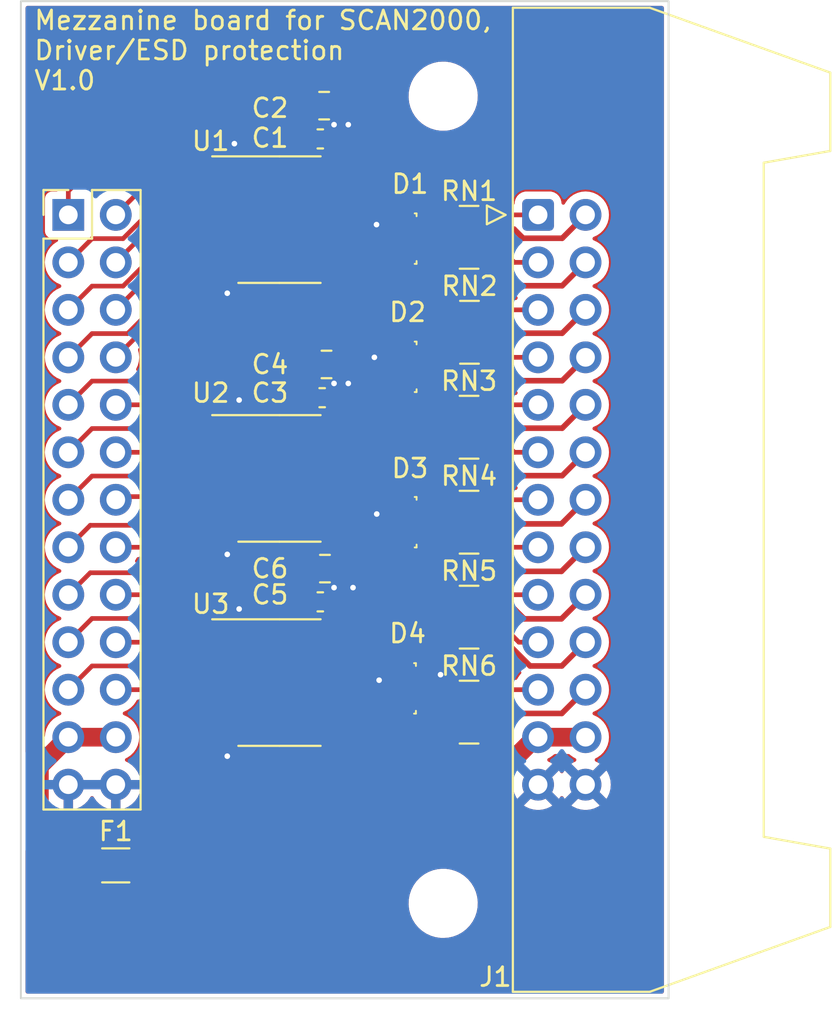
<source format=kicad_pcb>
(kicad_pcb (version 20221018) (generator pcbnew)
  (title_block (title "Mezzanine board for SCAN2000, driver") (date "2023-06-06") (rev "1.0") (comment 4 "AISLER Project ID: OOGDJHBS"))
  (layers (0 "F.Cu" signal) (31 "B.Cu" signal) (34 "B.Paste" user) (35 "F.Paste" user) (36 "B.SilkS" user "B.Silkscreen") (37 "F.SilkS" user "F.Silkscreen") (38 "B.Mask" user) (39 "F.Mask" user) (44 "Edge.Cuts" user))
  (net 0 "")
  (net 1 "/P1")
  (net 2 "/P2")
  (net 3 "/P3")
  (net 4 "/P4")
  (net 5 "/P5")
  (net 6 "/P6")
  (net 7 "/P7")
  (net 8 "/P8")
  (net 9 "/P9")
  (net 10 "/P10")
  (net 11 "/P11")
  (net 12 "/P12")
  (net 13 "/P13")
  (net 14 "/P14")
  (net 15 "/P15")
  (net 16 "/P16")
  (net 17 "/P17")
  (net 18 "/P18")
  (net 19 "/P19")
  (net 20 "/P20")
  (net 21 "/P21")
  (net 22 "/P22")
  (net 23 "+3.3V")
  (net 24 "GND")
  (net 25 "Net-(J2-Pin_1)")
  (net 26 "Net-(J2-Pin_2)")
  (net 27 "Net-(J2-Pin_3)")
  (net 28 "Net-(J2-Pin_4)")
  (net 29 "Net-(J2-Pin_5)")
  (net 30 "Net-(J2-Pin_6)")
  (net 31 "Net-(J2-Pin_7)")
  (net 32 "Net-(J2-Pin_8)")
  (net 33 "Net-(J2-Pin_9)")
  (net 34 "Net-(J2-Pin_10)")
  (net 35 "Net-(J2-Pin_11)")
  (net 36 "Net-(J2-Pin_12)")
  (net 37 "Net-(J2-Pin_13)")
  (net 38 "Net-(J2-Pin_14)")
  (net 39 "Net-(J2-Pin_15)")
  (net 40 "Net-(J2-Pin_16)")
  (net 41 "Net-(J2-Pin_17)")
  (net 42 "Net-(J2-Pin_18)")
  (net 43 "Net-(J2-Pin_19)")
  (net 44 "Net-(J2-Pin_20)")
  (net 45 "Net-(J2-Pin_21)")
  (net 46 "Net-(J2-Pin_22)")
  (net 47 "Net-(J2-Pin_23)")
  (net 50 "Net-(J1-Pin_1)")
  (net 51 "Net-(J1-Pin_2)")
  (net 52 "Net-(J1-Pin_3)")
  (net 53 "Net-(J1-Pin_4)")
  (net 54 "Net-(J1-Pin_5)")
  (net 55 "Net-(J1-Pin_6)")
  (net 56 "Net-(J1-Pin_7)")
  (net 57 "Net-(J1-Pin_8)")
  (net 58 "Net-(J1-Pin_9)")
  (net 59 "Net-(J1-Pin_10)")
  (net 60 "Net-(J1-Pin_11)")
  (net 61 "Net-(J1-Pin_12)")
  (net 62 "Net-(J1-Pin_13)")
  (net 63 "Net-(J1-Pin_14)")
  (net 64 "Net-(J1-Pin_15)")
  (net 65 "Net-(J1-Pin_16)")
  (net 66 "Net-(J1-Pin_17)")
  (net 67 "Net-(J1-Pin_18)")
  (net 68 "Net-(J1-Pin_19)")
  (net 69 "Net-(J1-Pin_20)")
  (net 70 "Net-(J1-Pin_21)")
  (net 71 "Net-(J1-Pin_22)")
  (footprint "Capacitor_SMD:C_0603_1608Metric_Pad1.08x0.95mm_HandSolder" (layer "F.Cu") (at 97.5625 75.311)
    (fp_text reference "C5")
    (fp_text value "100nF")
  )
  (footprint "MountingHole:MountingHole_3.2mm_M3_DIN965" (layer "F.Cu") (at 104.14 48.26)
    (fp_text reference "H1" hide)
    (fp_text value "MountingHole")
  )
  (footprint "project_specific_libs:RCLAMP3346PQTNT" (layer "F.Cu") (at 102.316 62.738 -90)
    (fp_text reference "D2")
    (fp_text value "RCLAMP3346P.TNT" hide)
  )
  (footprint "project_specific_libs:RCLAMP3346PQTNT" (layer "F.Cu") (at 102.316 71.05 -90)
    (fp_text reference "D3")
    (fp_text value "RCLAMP3346P.TNT" hide)
  )
  (footprint "Capacitor_SMD:C_0805_2012Metric_Pad1.18x1.45mm_HandSolder" (layer "F.Cu") (at 97.8955 62.611)
    (fp_text reference "C4")
    (fp_text value "1uF")
  )
  (footprint "Package_SO:TSSOP-20_4.4x6.5mm_P0.65mm" (layer "F.Cu") (at 95.377 79.629)
    (fp_text reference "U3")
    (fp_text value "74LVC541AP")
  )
  (footprint "Resistor_SMD:R_Array_Convex_4x0603" (layer "F.Cu") (at 105.526 55.81)
    (fp_text reference "RN1")
    (fp_text value "4x10R")
  )
  (footprint "Resistor_SMD:R_1206_3216Metric_Pad1.30x1.75mm_HandSolder" (layer "F.Cu") (at 86.614 89.408)
    (fp_text reference "F1")
    (fp_text value "Polyfuse 100mA")
  )
  (footprint "Connector_IDC:IDC-Header_2x13_P2.54mm_Latch_Horizontal" (layer "F.Cu") (at 109.22 54.61)
    (fp_text reference "J1")
    (fp_text value "IDC-Header_2x13")
  )
  (footprint "Resistor_SMD:R_Array_Convex_4x0603" (layer "F.Cu") (at 105.526 76.13)
    (fp_text reference "RN5")
    (fp_text value "4x10R")
  )
  (footprint "Resistor_SMD:R_Array_Convex_4x0603" (layer "F.Cu") (at 105.526 71.05)
    (fp_text reference "RN4")
    (fp_text value "4x10R")
  )
  (footprint "Package_SO:TSSOP-20_4.4x6.5mm_P0.65mm" (layer "F.Cu") (at 95.377 54.864)
    (fp_text reference "U1")
    (fp_text value "74LVC541AP")
  )
  (footprint "Connector_PinHeader_2.54mm:PinHeader_2x13_P2.54mm_Vertical" (layer "F.Cu") (at 84.074 54.61)
    (fp_text reference "J2" hide)
    (fp_text value "Header 2x13" hide)
  )
  (footprint "project_specific_libs:RCLAMP3346PQTNT" (layer "F.Cu") (at 102.316 55.88 -90)
    (fp_text reference "D1")
    (fp_text value "RCLAMP3346P.TNT" hide)
  )
  (footprint "Capacitor_SMD:C_0603_1608Metric_Pad1.08x0.95mm_HandSolder" (layer "F.Cu") (at 97.5625 50.546)
    (fp_text reference "C1")
    (fp_text value "100nF")
  )
  (footprint "Resistor_SMD:R_Array_Convex_4x0603" (layer "F.Cu") (at 105.548 60.89)
    (fp_text reference "RN2")
    (fp_text value "4x10R")
  )
  (footprint "Resistor_SMD:R_Array_Convex_4x0603" (layer "F.Cu") (at 105.526 65.97)
    (fp_text reference "RN3")
    (fp_text value "4x10R")
  )
  (footprint "Capacitor_SMD:C_0805_2012Metric_Pad1.18x1.45mm_HandSolder" (layer "F.Cu") (at 97.8115 73.533)
    (fp_text reference "C6")
    (fp_text value "1uF")
  )
  (footprint "Capacitor_SMD:C_0805_2012Metric_Pad1.18x1.45mm_HandSolder" (layer "F.Cu") (at 97.7685 48.768)
    (fp_text reference "C2")
    (fp_text value "1uF")
  )
  (footprint "Resistor_SMD:R_Array_Convex_4x0603" (layer "F.Cu") (at 105.526 81.21)
    (fp_text reference "RN6")
    (fp_text value "4x10R")
  )
  (footprint "MountingHole:MountingHole_3.2mm_M3_DIN965" (layer "F.Cu") (at 104.14 91.44)
    (fp_text reference "H2" hide)
    (fp_text value "MountingHole")
  )
  (footprint "Package_SO:TSSOP-20_4.4x6.5mm_P0.65mm" (layer "F.Cu") (at 95.377 68.707)
    (fp_text reference "U2")
    (fp_text value "74LVC541AP")
  )
  (footprint "Capacitor_SMD:C_0603_1608Metric_Pad1.08x0.95mm_HandSolder" (layer "F.Cu") (at 97.663 64.389)
    (fp_text reference "C3")
    (fp_text value "100nF")
  )
  (footprint "project_specific_libs:RCLAMP3346PQTNT" (layer "F.Cu") (at 102.281 79.94 -90)
    (fp_text reference "D4")
    (fp_text value "RCLAMP3346P.TNT" hide)
  )
  (gr_rect (start 81.534 43.18) (end 116.205 96.52) (stroke (width 0.1)) (fill none) (layer "Edge.Cuts"))
  (gr_text "Mezzanine board for SCAN2000, \nDriver/ESD protection\nV1.0" (at 82.169 48.006) (layer "F.SilkS") (effects (font (size 1 1)) (justify left bottom)))
  (segment (start 100.549 53.213) (end 98.044 53.213) (width 0.2) (layer "F.Cu") (net 1))
  (segment (start 102.016 54.68) (end 100.549 53.213) (width 0.2) (layer "F.Cu") (net 1))
  (segment (start 104.626 54.61) (end 101.854 54.61) (width 0.2) (layer "F.Cu") (net 1))
  (segment (start 100.279706 53.848) (end 98.044 53.848) (width 0.2) (layer "F.Cu") (net 2))
  (segment (start 101.511706 55.08) (end 103.467 55.08) (width 0.2) (layer "F.Cu") (net 2))
  (segment (start 103.797 55.41) (end 103.467 55.08) (width 0.2) (layer "F.Cu") (net 2))
  (segment (start 101.511706 55.08) (end 100.279706 53.848) (width 0.2) (layer "F.Cu") (net 2))
  (segment (start 104.626 55.41) (end 103.797 55.41) (width 0.2) (layer "F.Cu") (net 2))
  (segment (start 99.514706 54.483) (end 98.044 54.483) (width 0.2) (layer "F.Cu") (net 3))
  (segment (start 103.708 56.21) (end 103.378 55.88) (width 0.2) (layer "F.Cu") (net 3))
  (segment (start 100.331806 55.88) (end 99.871878 55.420072) (width 0.2) (layer "F.Cu") (net 3))
  (segment (start 99.871878 55.420072) (end 99.871878 54.840172) (width 0.2) (layer "F.Cu") (net 3))
  (segment (start 104.626 56.21) (end 103.708 56.21) (width 0.2) (layer "F.Cu") (net 3))
  (segment (start 99.871878 54.840172) (end 99.514706 54.483) (width 0.2) (layer "F.Cu") (net 3))
  (segment (start 103.378 55.88) (end 100.331806 55.88) (width 0.2) (layer "F.Cu") (net 3))
  (segment (start 103.212314 56.28) (end 100.16612 56.28) (width 0.2) (layer "F.Cu") (net 4))
  (segment (start 100.16612 56.28) (end 99.00412 55.118) (width 0.2) (layer "F.Cu") (net 4))
  (segment (start 103.942314 57.01) (end 103.212314 56.28) (width 0.2) (layer "F.Cu") (net 4))
  (segment (start 104.626 57.01) (end 103.942314 57.01) (width 0.2) (layer "F.Cu") (net 4))
  (segment (start 99.00412 55.118) (end 98.044 55.118) (width 0.2) (layer "F.Cu") (net 4))
  (segment (start 103.759 57.392372) (end 103.046628 56.68) (width 0.2) (layer "F.Cu") (net 5))
  (segment (start 104.14 59.69) (end 103.759 59.309) (width 0.2) (layer "F.Cu") (net 5))
  (segment (start 99.733 56.68) (end 98.806 55.753) (width 0.2) (layer "F.Cu") (net 5))
  (segment (start 103.759 59.309) (end 103.759 57.392372) (width 0.2) (layer "F.Cu") (net 5))
  (segment (start 103.046628 56.68) (end 99.733 56.68) (width 0.2) (layer "F.Cu") (net 5))
  (segment (start 104.648 59.69) (end 104.14 59.69) (width 0.2) (layer "F.Cu") (net 5))
  (segment (start 103.251 59.693) (end 103.251 57.531) (width 0.2) (layer "F.Cu") (net 6))
  (segment (start 104.648 60.49) (end 104.048 60.49) (width 0.2) (layer "F.Cu") (net 6))
  (segment (start 103.251 57.531) (end 102.8 57.08) (width 0.2) (layer "F.Cu") (net 6))
  (segment (start 99.567314 57.08) (end 98.875314 56.388) (width 0.2) (layer "F.Cu") (net 6))
  (segment (start 102.8 57.08) (end 99.567314 57.08) (width 0.2) (layer "F.Cu") (net 6))
  (segment (start 104.048 60.49) (end 103.251 59.693) (width 0.2) (layer "F.Cu") (net 6))
  (segment (start 98.875314 56.388) (end 98.044 56.388) (width 0.2) (layer "F.Cu") (net 6))
  (segment (start 101.092 59.182) (end 99.06 57.15) (width 0.2) (layer "F.Cu") (net 7))
  (segment (start 102.667 61.29) (end 102.419 61.538) (width 0.2) (layer "F.Cu") (net 7))
  (segment (start 104.648 61.29) (end 102.667 61.29) (width 0.2) (layer "F.Cu") (net 7))
  (segment (start 102.016 61.538) (end 101.543 61.538) (width 0.2) (layer "F.Cu") (net 7))
  (segment (start 101.543 61.538) (end 101.092 61.087) (width 0.2) (layer "F.Cu") (net 7))
  (segment (start 101.092 61.087) (end 101.092 59.182) (width 0.2) (layer "F.Cu") (net 7))
  (segment (start 99.071629 57.15) (end 98.298 57.15) (width 0.2) (layer "F.Cu") (net 7))
  (segment (start 100.584 61.341) (end 100.584 59.309) (width 0.2) (layer "F.Cu") (net 8))
  (segment (start 101.181 61.938) (end 100.584 61.341) (width 0.2) (layer "F.Cu") (net 8))
  (segment (start 99.06 57.785) (end 98.298 57.785) (width 0.2) (layer "F.Cu") (net 8))
  (segment (start 100.584 59.309) (end 99.06 57.785) (width 0.2) (layer "F.Cu") (net 8))
  (segment (start 103.34 61.938) (end 101.181 61.938) (width 0.2) (layer "F.Cu") (net 8))
  (segment (start 104.648 62.09) (end 103.492 62.09) (width 0.2) (layer "F.Cu") (net 8))
  (segment (start 103.492 62.09) (end 103.34 61.938) (width 0.2) (layer "F.Cu") (net 8))
  (segment (start 99.06 67.056) (end 98.171 67.056) (width 0.2) (layer "F.Cu") (net 9))
  (segment (start 103.378 62.738) (end 104.648 64.008) (width 0.2) (layer "F.Cu") (net 9))
  (segment (start 100.334314 62.93) (end 99.803 63.461315) (width 0.2) (layer "F.Cu") (net 9))
  (segment (start 102.616 62.738) (end 100.93895 62.738) (width 0.2) (layer "F.Cu") (net 9))
  (segment (start 102.616 62.738) (end 103.378 62.738) (width 0.2) (layer "F.Cu") (net 9))
  (segment (start 99.06 67.056) (end 99.803 66.312999) (width 0.2) (layer "F.Cu") (net 9))
  (segment (start 100.93895 62.738) (end 100.74695 62.93) (width 0.2) (layer "F.Cu") (net 9))
  (segment (start 99.803 63.461315) (end 99.803 66.312999) (width 0.2) (layer "F.Cu") (net 9))
  (segment (start 104.648 64.008) (end 104.648 64.77) (width 0.2) (layer "F.Cu") (net 9))
  (segment (start 100.74695 62.93) (end 100.334314 62.93) (width 0.2) (layer "F.Cu") (net 9))
  (segment (start 104.626 65.57) (end 104.026 65.57) (width 0.2) (layer "F.Cu") (net 10))
  (segment (start 103.759 65.303) (end 103.759 63.684686) (width 0.2) (layer "F.Cu") (net 10))
  (segment (start 104.026 65.57) (end 103.759 65.303) (width 0.2) (layer "F.Cu") (net 10))
  (segment (start 101.104636 63.138) (end 102.016 63.138) (width 0.2) (layer "F.Cu") (net 10))
  (segment (start 101.104636 63.138) (end 100.912636 63.33) (width 0.2) (layer "F.Cu") (net 10))
  (segment (start 100.203 66.478685) (end 98.949686 67.732) (width 0.2) (layer "F.Cu") (net 10))
  (segment (start 100.912636 63.33) (end 100.5 63.33) (width 0.2) (layer "F.Cu") (net 10))
  (segment (start 103.759 63.684686) (end 103.212314 63.138) (width 0.2) (layer "F.Cu") (net 10))
  (segment (start 98.949686 67.732) (end 98.2395 67.732) (width 0.2) (layer "F.Cu") (net 10))
  (segment (start 103.212314 63.138) (end 101.981 63.138) (width 0.2) (layer "F.Cu") (net 10))
  (segment (start 100.5 63.33) (end 100.203 63.627) (width 0.2) (layer "F.Cu") (net 10))
  (segment (start 100.203 63.627) (end 100.203 66.478685) (width 0.2) (layer "F.Cu") (net 10))
  (segment (start 102.616 63.538) (end 101.270322 63.538) (width 0.2) (layer "F.Cu") (net 11))
  (segment (start 99.314 68.326) (end 98.298 68.326) (width 0.2) (layer "F.Cu") (net 11))
  (segment (start 104.311314 66.421) (end 104.648 66.421) (width 0.2) (layer "F.Cu") (net 11))
  (segment (start 100.603 63.862) (end 100.603 67.037) (width 0.2) (layer "F.Cu") (net 11))
  (segment (start 103.359 64.281) (end 103.359 65.468686) (width 0.2) (layer "F.Cu") (net 11))
  (segment (start 99.314 68.326) (end 100.603 67.037) (width 0.2) (layer "F.Cu") (net 11))
  (segment (start 101.054321 63.754) (end 100.711 63.754) (width 0.2) (layer "F.Cu") (net 11))
  (segment (start 103.359 65.468686) (end 104.311314 66.421) (width 0.2) (layer "F.Cu") (net 11))
  (segment (start 101.270322 63.538) (end 101.054321 63.754) (width 0.2) (layer "F.Cu") (net 11))
  (segment (start 102.616 63.538) (end 103.359 64.281) (width 0.2) (layer "F.Cu") (net 11))
  (segment (start 100.711 63.754) (end 100.603 63.862) (width 0.2) (layer "F.Cu") (net 11))
  (segment (start 104.626 67.17) (end 104.026 67.17) (width 0.2) (layer "F.Cu") (net 12))
  (segment (start 101.436006 63.938) (end 101.6 63.938) (width 0.2) (layer "F.Cu") (net 12))
  (segment (start 99.173686 69.032) (end 101.003 67.202686) (width 0.2) (layer "F.Cu") (net 12))
  (segment (start 101.003 64.371006) (end 101.436006 63.938) (width 0.2) (layer "F.Cu") (net 12))
  (segment (start 102.743 64.389) (end 102.292 63.938) (width 0.2) (layer "F.Cu") (net 12))
  (segment (start 98.2395 69.032) (end 99.173686 69.032) (width 0.2) (layer "F.Cu") (net 12))
  (segment (start 102.743 65.887) (end 102.743 64.389) (width 0.2) (layer "F.Cu") (net 12))
  (segment (start 101.003 67.202686) (end 101.003 64.371006) (width 0.2) (layer "F.Cu") (net 12))
  (segment (start 101.543 63.938) (end 101.854 63.938) (width 0.2) (layer "F.Cu") (net 12))
  (segment (start 104.026 67.17) (end 102.743 65.887) (width 0.2) (layer "F.Cu") (net 12))
  (segment (start 102.292 63.938) (end 102.108 63.938) (width 0.2) (layer "F.Cu") (net 12))
  (segment (start 101.473 69.85) (end 104.648 69.85) (width 0.2) (layer "F.Cu") (net 13))
  (segment (start 99.779 69.512) (end 99.568 69.723) (width 0.2) (layer "F.Cu") (net 13))
  (segment (start 99.568 69.723) (end 98.044 69.723) (width 0.2) (layer "F.Cu") (net 13))
  (segment (start 101.473 69.85) (end 101.135 69.512) (width 0.2) (layer "F.Cu") (net 13))
  (segment (start 101.135 69.512) (end 99.779 69.512) (width 0.2) (layer "F.Cu") (net 13))
  (segment (start 104.626 70.65) (end 103.905 70.65) (width 0.2) (layer "F.Cu") (net 14))
  (segment (start 103.505 70.25) (end 101.21195 70.25) (width 0.2) (layer "F.Cu") (net 14))
  (segment (start 101.21195 70.25) (end 100.87395 69.912) (width 0.2) (layer "F.Cu") (net 14))
  (segment (start 99.695 70.358) (end 98.171 70.358) (width 0.2) (layer "F.Cu") (net 14))
  (segment (start 103.905 70.65) (end 103.505 70.25) (width 0.2) (layer "F.Cu") (net 14))
  (segment (start 100.87395 69.912) (end 100.141 69.912) (width 0.2) (layer "F.Cu") (net 14))
  (segment (start 100.141 69.912) (end 99.695 70.358) (width 0.2) (layer "F.Cu") (net 14))
  (segment (start 102.616 71.05) (end 103.926 71.05) (width 0.2) (layer "F.Cu") (net 15))
  (segment (start 100.95745 71.312) (end 99.76 71.312) (width 0.2) (layer "F.Cu") (net 15))
  (segment (start 103.926 71.05) (end 104.377 71.501) (width 0.2) (layer "F.Cu") (net 15))
  (segment (start 102.616 71.05) (end 101.21945 71.05) (width 0.2) (layer "F.Cu") (net 15))
  (segment (start 99.76 71.312) (end 99.441 70.993) (width 0.2) (layer "F.Cu") (net 15))
  (segment (start 99.441 70.993) (end 98.171 70.993) (width 0.2) (layer "F.Cu") (net 15))
  (segment (start 101.21945 71.05) (end 100.95745 71.312) (width 0.2) (layer "F.Cu") (net 15))
  (segment (start 103.454 71.45) (end 104.267 72.263) (width 0.2) (layer "F.Cu") (net 16))
  (segment (start 99.525 71.712) (end 99.441 71.628) (width 0.2) (layer "F.Cu") (net 16))
  (segment (start 101.385136 71.45) (end 101.123135 71.712) (width 0.2) (layer "F.Cu") (net 16))
  (segment (start 102.016 71.45) (end 103.454 71.45) (width 0.2) (layer "F.Cu") (net 16))
  (segment (start 102.016 71.45) (end 101.385136 71.45) (width 0.2) (layer "F.Cu") (net 16))
  (segment (start 101.123135 71.712) (end 99.525 71.712) (width 0.2) (layer "F.Cu") (net 16))
  (segment (start 99.441 71.628) (end 98.171 71.628) (width 0.2) (layer "F.Cu") (net 16))
  (segment (start 104.267 72.263) (end 104.648 72.263) (width 0.2) (layer "F.Cu") (net 16))
  (segment (start 102.616 71.85) (end 101.550822 71.85) (width 0.2) (layer "F.Cu") (net 17))
  (segment (start 103.886 72.447686) (end 103.288314 71.85) (width 0.2) (layer "F.Cu") (net 17))
  (segment (start 100.184 76.712685) (end 98.918685 77.978) (width 0.2) (layer "F.Cu") (net 17))
  (segment (start 104.394 74.93) (end 103.886 74.422) (width 0.2) (layer "F.Cu") (net 17))
  (segment (start 103.886 74.422) (end 103.886 72.447686) (width 0.2) (layer "F.Cu") (net 17))
  (segment (start 100.184 73.216822) (end 100.184 76.712685) (width 0.2) (layer "F.Cu") (net 17))
  (segment (start 103.288314 71.85) (end 102.489 71.85) (width 0.2) (layer "F.Cu") (net 17))
  (segment (start 101.550822 71.85) (end 100.184 73.216822) (width 0.2) (layer "F.Cu") (net 17))
  (segment (start 98.918685 77.978) (end 98.298 77.978) (width 0.2) (layer "F.Cu") (net 17))
  (segment (start 104.626 75.73) (end 104.026 75.73) (width 0.2) (layer "F.Cu") (net 18))
  (segment (start 99.187 78.613) (end 98.171 78.613) (width 0.2) (layer "F.Cu") (net 18))
  (segment (start 102.87 72.263) (end 101.981 72.263) (width 0.2) (layer "F.Cu") (net 18))
  (segment (start 101.716508 72.25) (end 100.603 73.363508) (width 0.2) (layer "F.Cu") (net 18))
  (segment (start 103.378 75.082) (end 103.378 72.771) (width 0.2) (layer "F.Cu") (net 18))
  (segment (start 104.026 75.73) (end 103.378 75.082) (width 0.2) (layer "F.Cu") (net 18))
  (segment (start 103.378 72.771) (end 102.87 72.263) (width 0.2) (layer "F.Cu") (net 18))
  (segment (start 100.603 77.197) (end 99.187 78.613) (width 0.2) (layer "F.Cu") (net 18))
  (segment (start 100.603 73.363508) (end 100.603 77.197) (width 0.2) (layer "F.Cu") (net 18))
  (segment (start 102.016 72.25) (end 101.716508 72.25) (width 0.2) (layer "F.Cu") (net 18))
  (segment (start 102.362 78.74) (end 101.981 78.74) (width 0.2) (layer "F.Cu") (net 19))
  (segment (start 100.16 78.402) (end 99.314 79.248) (width 0.2) (layer "F.Cu") (net 19))
  (segment (start 101.166635 78.402) (end 100.16 78.402) (width 0.2) (layer "F.Cu") (net 19))
  (segment (start 99.314 79.248) (end 98.171 79.248) (width 0.2) (layer "F.Cu") (net 19))
  (segment (start 101.504636 78.74) (end 101.166635 78.402) (width 0.2) (layer "F.Cu") (net 19))
  (segment (start 101.981 78.74) (end 101.504636 78.74) (width 0.2) (layer "F.Cu") (net 19))
  (segment (start 104.626 76.53) (end 104.026 76.53) (width 0.2) (layer "F.Cu") (net 19))
  (segment (start 102.997 77.559) (end 102.997 78.105) (width 0.2) (layer "F.Cu") (net 19))
  (segment (start 104.026 76.53) (end 102.997 77.559) (width 0.2) (layer "F.Cu") (net 19))
  (segment (start 102.997 78.105) (end 102.362 78.74) (width 0.2) (layer "F.Cu") (net 19))
  (segment (start 102.581 79.14) (end 101.33895 79.14) (width 0.2) (layer "F.Cu") (net 20))
  (segment (start 101.00095 78.802) (end 100.395 78.802) (width 0.2) (layer "F.Cu") (net 20))
  (segment (start 100.395 78.802) (end 99.187 80.01) (width 0.2) (layer "F.Cu") (net 20))
  (segment (start 101.33895 79.14) (end 101.00095 78.802) (width 0.2) (layer "F.Cu") (net 20))
  (segment (start 103.086 79.121) (end 102.489 79.121) (width 0.2) (layer "F.Cu") (net 20))
  (segment (start 103.397 78.848) (end 103.105 79.14) (width 0.2) (layer "F.Cu") (net 20))
  (segment (start 103.918 77.33) (end 103.918 77.692) (width 0.2) (layer "F.Cu") (net 20))
  (segment (start 104.626 77.33) (end 103.918 77.33) (width 0.2) (layer "F.Cu") (net 20))
  (segment (start 103.918 77.692) (end 103.397 78.213) (width 0.2) (layer "F.Cu") (net 20))
  (segment (start 99.187 80.01) (end 98.298 80.01) (width 0.2) (layer "F.Cu") (net 20))
  (segment (start 103.397 78.213) (end 103.397 78.848) (width 0.2) (layer "F.Cu") (net 20))
  (segment (start 103.105 79.14) (end 103.086 79.121) (width 0.2) (layer "F.Cu") (net 20))
  (segment (start 99.63 80.202) (end 99.187 80.645) (width 0.2) (layer "F.Cu") (net 21))
  (segment (start 99.187 80.645) (end 98.298 80.645) (width 0.2) (layer "F.Cu") (net 21))
  (segment (start 104.556 79.94) (end 102.489 79.94) (width 0.2) (layer "F.Cu") (net 21))
  (segment (start 101.26295 79.94) (end 101.00095 80.202) (width 0.2) (layer "F.Cu") (net 21))
  (segment (start 101.00095 80.202) (end 99.63 80.202) (width 0.2) (layer "F.Cu") (net 21))
  (segment (start 102.581 79.94) (end 101.26295 79.94) (width 0.2) (layer "F.Cu") (net 21))
  (segment (start 99.822 80.645) (end 99.187 81.28) (width 0.2) (layer "F.Cu") (net 22))
  (segment (start 104.626 80.81) (end 103.543 80.81) (width 0.2) (layer "F.Cu") (net 22))
  (segment (start 101.428636 80.34) (end 101.123635 80.645) (width 0.2) (layer "F.Cu") (net 22))
  (segment (start 101.123635 80.645) (end 99.822 80.645) (width 0.2) (layer "F.Cu") (net 22))
  (segment (start 99.187 81.28) (end 98.171 81.28) (width 0.2) (layer "F.Cu") (net 22))
  (segment (start 103.073 80.34) (end 101.956 80.34) (width 0.2) (layer "F.Cu") (net 22))
  (segment (start 101.981 80.34) (end 101.428636 80.34) (width 0.2) (layer "F.Cu") (net 22))
  (segment (start 103.543 80.81) (end 103.073 80.34) (width 0.2) (layer "F.Cu") (net 22))
  (segment (start 102.616 81.153) (end 102.616 83.82) (width 1) (layer "F.Cu") (net 23))
  (segment (start 98.2395 65.782) (end 96.778 65.782) (width 0.5) (layer "F.Cu") (net 23))
  (segment (start 88.519 89.408) (end 91.694 89.408) (width 1) (layer "F.Cu") (net 23))
  (segment (start 102.616 81.153) (end 102.603 81.14) (width 1) (layer "F.Cu") (net 23))
  (segment (start 91.694 89.408) (end 97.028 84.074) (width 1) (layer "F.Cu") (net 23))
  (segment (start 109.093 82.55) (end 107.569 84.074) (width 1) (layer "F.Cu") (net 23))
  (segment (start 111.76 82.55) (end 109.093 82.55) (width 1) (layer "F.Cu") (net 23))
  (segment (start 97.028 84.074) (end 107.569 84.074) (width 1) (layer "F.Cu") (net 23))
  (segment (start 98.2395 76.704) (end 96.778 76.704) (width 0.5) (layer "F.Cu") (net 23))
  (segment (start 98.2395 51.939) (end 96.651 51.939) (width 0.5) (layer "F.Cu") (net 23))
  (segment (start 96.731 48.768) (end 96.731 84.412) (width 1) (layer "F.Cu") (net 23))
  (segment (start 102.603 81.14) (end 102.235 81.14) (width 1) (layer "F.Cu") (net 23))
  (segment (start 99.06 63.627) (end 98.552 64.135) (width 0.5) (layer "F.Cu") (net 24))
  (segment (start 101.981 79.54) (end 100.749 79.54) (width 0.2) (layer "F.Cu") (net 24))
  (segment (start 100.33 48.768) (end 98.806 48.768) (width 0.5) (layer "F.Cu") (net 24))
  (segment (start 98.933 62.611) (end 99.314 62.23) (width 0.5) (layer "F.Cu") (net 24))
  (segment (start 99.568 75.438) (end 99.441 75.311) (width 0.2) (layer "F.Cu") (net 24))
  (segment (start 99.277 64.987) (end 98.679 64.389) (width 0.2) (layer "F.Cu") (net 24))
  (segment (start 100.457 62.23) (end 100.649752 62.338) (width 0.2) (layer "F.Cu") (net 24))
  (segment (start 100.649752 62.338) (end 102.016 62.338) (width 0.2) (layer "F.Cu") (net 24))
  (segment (start 98.2395 77.354) (end 98.892685 77.354) (width 0.2) (layer "F.Cu") (net 24))
  (segment (start 98.298 74.168) (end 98.806 73.66) (width 0.5) (layer "F.Cu") (net 24))
  (segment (start 98.552 64.135) (end 98.552 64.389) (width 0.5) (layer "F.Cu") (net 24))
  (segment (start 103.663717 79.54) (end 103.998286 79.205431) (width 0.2) (layer "F.Cu") (net 24))
  (segment (start 98.892685 77.354) (end 99.568 76.678685) (width 0.2) (layer "F.Cu") (net 24))
  (segment (start 99.06 63.627) (end 98.933 63.5) (width 0.5) (layer "F.Cu") (net 24))
  (segment (start 100.584 70.612) (end 100.622 70.65) (width 0.2) (layer "F.Cu") (net 24))
  (segment (start 101.981 79.54) (end 103.663717 79.54) (width 0.2) (layer "F.Cu") (net 24))
  (segment (start 98.298 63.246) (end 98.298 64.008) (width 0.5) (layer "F.Cu") (net 24))
  (segment (start 98.298 64.008) (end 98.552 64.262) (width 0.5) (layer "F.Cu") (net 24))
  (segment (start 99.118314 66.432) (end 99.277 66.273314) (width 0.2) (layer "F.Cu") (net 24))
  (segment (start 102.016 55.48) (end 100.921756 55.48) (width 0.2) (layer "F.Cu") (net 24))
  (segment (start 100.076 50.546) (end 100.33 50.292) (width 0.5) (layer "F.Cu") (net 24))
  (segment (start 100.33 50.292) (end 100.33 48.768) (width 0.5) (layer "F.Cu") (net 24))
  (segment (start 98.806 62.484) (end 98.806 60.452) (width 0.5) (layer "F.Cu") (net 24))
  (segment (start 100.749 79.54) (end 100.711 79.502) (width 0.2) (layer "F.Cu") (net 24))
  (segment (start 100.584 70.612) (end 100.6295 70.65) (width 0.2) (layer "F.Cu") (net 24))
  (segment (start 100.622 70.65) (end 102.108 70.65) (width 0.2) (layer "F.Cu") (net 24))
  (segment (start 99.277 66.273314) (end 99.277 64.987) (width 0.2) (layer "F.Cu") (net 24))
  (segment (start 100.319 52.589) (end 100.33 52.578) (width 0.2) (layer "F.Cu") (net 24))
  (segment (start 98.298 75.184) (end 98.298 74.168) (width 0.5) (layer "F.Cu") (net 24))
  (segment (start 98.806 49.784) (end 98.806 50.165) (width 0.5) (layer "F.Cu") (net 24))
  (segment (start 99.314 62.23) (end 100.33 62.23) (width 0.5) (layer "F.Cu") (net 24))
  (segment (start 98.933 63.5) (end 98.933 62.611) (width 0.5) (layer "F.Cu") (net 24))
  (segment (start 100.921756 55.48) (end 100.571878 55.130122) (width 0.2) (layer "F.Cu") (net 24))
  (segment (start 98.2395 52.589) (end 100.319 52.589) (width 0.2) (layer "F.Cu") (net 24))
  (segment (start 98.2395 66.432) (end 99.118314 66.432) (width 0.2) (layer "F.Cu") (net 24))
  (segment (start 99.568 76.678685) (end 99.568 75.438) (width 0.2) (layer "F.Cu") (net 24))
  (segment (start 99.314 75.184) (end 98.298 75.184) (width 0.5) (layer "F.Cu") (net 24))
  (segment (start 99.314 74.168) (end 99.314 75.184) (width 0.5) (layer "F.Cu") (net 24))
  (segment (start 98.806 73.66) (end 99.314 74.168) (width 0.5) (layer "F.Cu") (net 24))
  (segment (start 99.441 75.311) (end 98.552 75.311) (width 0.2) (layer "F.Cu") (net 24))
  (segment (start 98.425 50.546) (end 100.076 50.546) (width 0.5) (layer "F.Cu") (net 24))
  (segment (start 98.425 74.889) (end 98.425 75.311) (width 0.5) (layer "F.Cu") (net 24))
  (segment (start 98.806 48.768) (end 98.806 49.784) (width 0.5) (layer "F.Cu") (net 24))
  (segment (start 98.806 50.165) (end 98.425 50.546) (width 0.5) (layer "F.Cu") (net 24))
  (segment (start 98.933 62.611) (end 98.298 63.246) (width 0.5) (layer "F.Cu") (net 24))
  (via (at 103.998286 79.205431) (size 0.8) (drill 0.3) (layers "F.Cu" "B.Cu") (net 24))
  (via (at 92.583 83.566) (size 0.8) (drill 0.3) (layers "F.Cu" "B.Cu") (net 24))
  (via (at 92.583 72.771) (size 0.8) (drill 0.3) (layers "F.Cu" "B.Cu") (net 24))
  (via (at 98.298 74.549) (size 0.8) (drill 0.3) (layers "F.Cu" "B.Cu") (net 24))
  (via (at 100.571878 55.130122) (size 0.8) (drill 0.3) (layers "F.Cu" "B.Cu") (net 24))
  (via (at 98.298 63.627) (size 0.8) (drill 0.3) (layers "F.Cu" "B.Cu") (net 24))
  (via (at 100.711 79.502) (size 0.8) (drill 0.3) (layers "F.Cu" "B.Cu") (net 24))
  (via (at 99.06 63.627) (size 0.8) (drill 0.3) (layers "F.Cu" "B.Cu") (net 24))
  (via (at 99.06 49.784) (size 0.8) (drill 0.3) (layers "F.Cu" "B.Cu") (net 24))
  (via (at 92.964 50.8) (size 0.8) (drill 0.3) (layers "F.Cu" "B.Cu") (net 24))
  (via (at 100.584 70.612) (size 0.8) (drill 0.3) (layers "F.Cu" "B.Cu") (net 24))
  (via (at 100.457 62.23) (size 0.8) (drill 0.3) (layers "F.Cu" "B.Cu") (net 24))
  (via (at 93.218 64.516) (size 0.8) (drill 0.3) (layers "F.Cu" "B.Cu") (net 24))
  (via (at 92.583 58.801) (size 0.8) (drill 0.3) (layers "F.Cu" "B.Cu") (net 24))
  (via (at 93.218 75.692) (size 0.8) (drill 0.3) (layers "F.Cu" "B.Cu") (net 24))
  (via (at 98.298 49.784) (size 0.8) (drill 0.3) (layers "F.Cu" "B.Cu") (net 24))
  (via (at 99.314 74.549) (size 0.8) (drill 0.3) (layers "F.Cu" "B.Cu") (net 24))
  (segment (start 84.825 52.589) (end 84.074 53.34) (width 0.25) (layer "F.Cu") (net 25))
  (segment (start 84.074 53.34) (end 84.074 54.61) (width 0.25) (layer "F.Cu") (net 25))
  (segment (start 92.5145 52.589) (end 84.825 52.589) (width 0.25) (layer "F.Cu") (net 25))
  (segment (start 87.985 53.239) (end 86.614 54.61) (width 0.25) (layer "F.Cu") (net 26))
  (segment (start 92.5145 53.239) (end 87.985 53.239) (width 0.25) (layer "F.Cu") (net 26))
  (segment (start 85.344 55.88) (end 87.005701 55.88) (width 0.25) (layer "F.Cu") (net 27))
  (segment (start 84.074 57.15) (end 85.344 55.88) (width 0.25) (layer "F.Cu") (net 27))
  (segment (start 89.037701 53.848) (end 92.71 53.848) (width 0.25) (layer "F.Cu") (net 27))
  (segment (start 87.005701 55.88) (end 89.037701 53.848) (width 0.25) (layer "F.Cu") (net 27))
  (segment (start 92.5145 54.539) (end 89.225 54.539) (width 0.25) (layer "F.Cu") (net 28))
  (segment (start 89.225 54.539) (end 86.614 57.15) (width 0.25) (layer "F.Cu") (net 28))
  (segment (start 88.202198 56.198198) (end 88.202198 57.223503) (width 0.25) (layer "F.Cu") (net 29))
  (segment (start 88.202198 57.223503) (end 87.005701 58.42) (width 0.25) (layer "F.Cu") (net 29))
  (segment (start 85.344 58.42) (end 84.074 59.69) (width 0.25) (layer "F.Cu") (net 29))
  (segment (start 89.211396 55.189) (end 88.202198 56.198198) (width 0.25) (layer "F.Cu") (net 29))
  (segment (start 92.5145 55.189) (end 89.211396 55.189) (width 0.25) (layer "F.Cu") (net 29))
  (segment (start 85.344 58.42) (end 87.005701 58.42) (width 0.25) (layer "F.Cu") (net 29))
  (segment (start 88.652198 57.651802) (end 88.652198 56.388) (width 0.25) (layer "F.Cu") (net 30))
  (segment (start 92.5145 55.839) (end 89.201198 55.839) (width 0.25) (layer "F.Cu") (net 30))
  (segment (start 89.201198 55.839) (end 88.652198 56.388) (width 0.25) (layer "F.Cu") (net 30))
  (segment (start 86.614 59.69) (end 88.652198 57.651802) (width 0.25) (layer "F.Cu") (net 30))
  (segment (start 89.102198 57.201802) (end 89.102198 59.105406) (width 0.25) (layer "F.Cu") (net 31))
  (segment (start 89.815 56.489) (end 89.102198 57.201802) (width 0.25) (layer "F.Cu") (net 31))
  (segment (start 89.102198 59.105406) (end 87.247604 60.96) (width 0.25) (layer "F.Cu") (net 31))
  (segment (start 85.344 60.96) (end 84.074 62.23) (width 0.25) (layer "F.Cu") (net 31))
  (segment (start 92.5145 56.489) (end 89.815 56.489) (width 0.25) (layer "F.Cu") (net 31))
  (segment (start 85.344 60.96) (end 87.247604 60.96) (width 0.25) (layer "F.Cu") (net 31))
  (segment (start 89.552198 59.291802) (end 86.614 62.23) (width 0.25) (layer "F.Cu") (net 32))
  (segment (start 89.552198 57.767802) (end 89.552198 59.291802) (width 0.25) (layer "F.Cu") (net 32))
  (segment (start 90.181 57.139) (end 89.552198 57.767802) (width 0.25) (layer "F.Cu") (net 32))
  (segment (start 92.5145 57.139) (end 90.181 57.139) (width 0.25) (layer "F.Cu") (net 32))
  (segment (start 85.344 63.5) (end 84.074 64.77) (width 0.25) (layer "F.Cu") (net 33))
  (segment (start 85.344 63.5) (end 90.17 63.5) (width 0.25) (layer "F.Cu") (net 33))
  (segment (start 90.945 66.307) (end 92.71 66.307) (width 0.25) (layer "F.Cu") (net 33))
  (segment (start 90.678 64.008) (end 90.678 66.04) (width 0.25) (layer "F.Cu") (net 33))
  (segment (start 90.678 66.04) (end 90.945 66.307) (width 0.25) (layer "F.Cu") (net 33))
  (segment (start 90.17 63.5) (end 90.678 64.008) (width 0.25) (layer "F.Cu") (net 33))
  (segment (start 92.5145 67.082) (end 91.083604 67.082) (width 0.25) (layer "F.Cu") (net 34))
  (segment (start 91.083604 67.082) (end 90.17 66.168396) (width 0.25) (layer "F.Cu") (net 34))
  (segment (start 90.17 65.786) (end 89.154 64.77) (width 0.25) (layer "F.Cu") (net 34))
  (segment (start 89.154 64.77) (end 86.614 64.77) (width 0.25) (layer "F.Cu") (net 34))
  (segment (start 90.17 66.168396) (end 90.17 65.786) (width 0.25) (layer "F.Cu") (net 34))
  (segment (start 85.344 66.04) (end 84.074 67.31) (width 0.25) (layer "F.Cu") (net 35))
  (segment (start 90.678 67.818) (end 92.71 67.818) (width 0.25) (layer "F.Cu") (net 35))
  (segment (start 88.9 66.04) (end 90.678 67.818) (width 0.25) (layer "F.Cu") (net 35))
  (segment (start 85.344 66.04) (end 88.9 66.04) (width 0.25) (layer "F.Cu") (net 35))
  (segment (start 89.154 67.31) (end 86.614 67.31) (width 0.25) (layer "F.Cu") (net 36))
  (segment (start 90.226 68.382) (end 89.154 67.31) (width 0.25) (layer "F.Cu") (net 36))
  (segment (start 92.5145 68.382) (end 90.226 68.382) (width 0.25) (layer "F.Cu") (net 36))
  (segment (start 90.17 69.088) (end 92.964 69.088) (width 0.25) (layer "F.Cu") (net 37))
  (segment (start 89.662 68.58) (end 90.17 69.088) (width 0.25) (layer "F.Cu") (net 37))
  (segment (start 84.074 69.85) (end 85.344 68.58) (width 0.25) (layer "F.Cu") (net 37))
  (segment (start 85.344 68.58) (end 89.662 68.58) (width 0.25) (layer "F.Cu") (net 37))
  (segment (start 92.5145 69.682) (end 86.782 69.682) (width 0.25) (layer "F.Cu") (net 38))
  (segment (start 85.249 71.215) (end 88.297 71.215) (width 0.25) (layer "F.Cu") (net 39))
  (segment (start 88.297 71.215) (end 89.154 70.358) (width 0.25) (layer "F.Cu") (net 39))
  (segment (start 89.154 70.358) (end 92.456 70.358) (width 0.25) (layer "F.Cu") (net 39))
  (segment (start 85.249 71.215) (end 84.074 72.39) (width 0.25) (layer "F.Cu") (net 39))
  (segment (start 92.5145 70.982) (end 89.8 70.982) (width 0.25) (layer "F.Cu") (net 40))
  (segment (start 89.8 70.982) (end 88.392 72.39) (width 0.25) (layer "F.Cu") (net 40))
  (segment (start 88.392 72.39) (end 86.614 72.39) (width 0.25) (layer "F.Cu") (net 40))
  (segment (start 90.17 74.93) (end 90.17 76.708) (width 0.25) (layer "F.Cu") (net 41))
  (segment (start 85.249 73.755) (end 88.995 73.755) (width 0.25) (layer "F.Cu") (net 41))
  (segment (start 90.17 76.708) (end 90.932 77.47) (width 0.25) (layer "F.Cu") (net 41))
  (segment (start 88.995 73.755) (end 90.17 74.93) (width 0.25) (layer "F.Cu") (net 41))
  (segment (start 90.932 77.47) (end 92.71 77.47) (width 0.25) (layer "F.Cu") (net 41))
  (segment (start 84.074 74.93) (end 85.249 73.755) (width 0.25) (layer "F.Cu") (net 41))
  (segment (start 89.662 75.692) (end 88.9 74.93) (width 0.25) (layer "F.Cu") (net 42))
  (segment (start 88.9 74.93) (end 86.614 74.93) (width 0.25) (layer "F.Cu") (net 42))
  (segment (start 90.829604 78.004) (end 89.662 76.836396) (width 0.25) (layer "F.Cu") (net 42))
  (segment (start 89.662 76.836396) (end 89.662 75.692) (width 0.25) (layer "F.Cu") (net 42))
  (segment (start 92.5145 78.004) (end 90.829604 78.004) (width 0.25) (layer "F.Cu") (net 42))
  (segment (start 90.718208 78.529) (end 92.71 78.529) (width 0.25) (layer "F.Cu") (net 43))
  (segment (start 85.344 76.2) (end 88.389208 76.2) (width 0.25) (layer "F.Cu") (net 43))
  (segment (start 88.389208 76.2) (end 90.718208 78.529) (width 0.25) (layer "F.Cu") (net 43))
  (segment (start 84.074 77.47) (end 85.344 76.2) (width 0.25) (layer "F.Cu") (net 43))
  (segment (start 88.646 77.47) (end 90.605 79.429) (width 0.25) (layer "F.Cu") (net 44))
  (segment (start 90.605 79.429) (end 92.71 79.429) (width 0.25) (layer "F.Cu") (net 44))
  (segment (start 86.614 77.47) (end 88.646 77.47) (width 0.25) (layer "F.Cu") (net 44))
  (segment (start 90.293 79.879) (end 92.456 79.879) (width 0.25) (layer "F.Cu") (net 45))
  (segment (start 85.344 78.74) (end 89.154 78.74) (width 0.25) (layer "F.Cu") (net 45))
  (segment (start 84.074 80.01) (end 85.344 78.74) (width 0.25) (layer "F.Cu") (net 45))
  (segment (start 89.154 78.74) (end 90.293 79.879) (width 0.25) (layer "F.Cu") (net 45))
  (segment (start 86.614 80.01) (end 89.662 80.01) (width 0.25) (layer "F.Cu") (net 46))
  (segment (start 89.662 80.01) (end 90.17 80.518) (width 0.25) (layer "F.Cu") (net 46))
  (segment (start 90.17 80.518) (end 92.71 80.518) (width 0.25) (layer "F.Cu") (net 46))
  (segment (start 82.524 84.1) (end 84.074 82.55) (width 1) (layer "F.Cu") (net 47))
  (segment (start 84.074 89.408) (end 82.524 87.858) (width 1) (layer "F.Cu") (net 47))
  (segment (start 84.074 82.55) (end 86.614 82.55) (width 1) (layer "F.Cu") (net 47))
  (segment (start 82.524 87.858) (end 82.524 84.1) (width 1) (layer "F.Cu") (net 47))
  (segment (start 85.064 89.408) (end 84.074 89.408) (width 1) (layer "F.Cu") (net 47))
  (segment (start 109.22 54.61) (end 106.426 54.61) (width 0.25) (layer "F.Cu") (net 50))
  (segment (start 110.51 55.86) (end 111.76 54.61) (width 0.3) (layer "F.Cu") (net 51))
  (segment (start 107.933472 55.372) (end 106.172 55.372) (width 0.3) (layer "F.Cu") (net 51))
  (segment (start 108.421472 55.86) (end 107.933472 55.372) (width 0.3) (layer "F.Cu") (net 51))
  (segment (start 110.51 55.86) (end 108.421472 55.86) (width 0.3) (layer "F.Cu") (net 51))
  (segment (start 107.95 57.15) (end 107.061 56.261) (width 0.25) (layer "F.Cu") (net 52))
  (segment (start 107.061 56.261) (end 106.299 56.261) (width 0.25) (layer "F.Cu") (net 52))
  (segment (start 109.22 57.15) (end 107.95 57.15) (width 0.25) (layer "F.Cu") (net 52))
  (segment (start 110.51 58.4) (end 108.057 58.4) (width 0.3) (layer "F.Cu") (net 53))
  (segment (start 110.51 58.4) (end 111.76 57.15) (width 0.3) (layer "F.Cu") (net 53))
  (segment (start 108.057 58.4) (end 106.68 57.023) (width 0.3) (layer "F.Cu") (net 53))
  (segment (start 106.68 57.023) (end 106.426 57.023) (width 0.3) (layer "F.Cu") (net 53))
  (segment (start 109.22 59.69) (end 106.426 59.69) (width 0.25) (layer "F.Cu") (net 54))
  (segment (start 110.51 60.94) (end 111.76 59.69) (width 0.3) (layer "F.Cu") (net 55))
  (segment (start 106.781752 60.452) (end 106.426 60.452) (width 0.3) (layer "F.Cu") (net 55))
  (segment (start 110.51 60.94) (end 107.269752 60.94) (width 0.3) (layer "F.Cu") (net 55))
  (segment (start 107.269752 60.94) (end 106.781752 60.452) (width 0.3) (layer "F.Cu") (net 55))
  (segment (start 106.999 61.341) (end 106.299 61.341) (width 0.25) (layer "F.Cu") (net 56))
  (segment (start 107.823 62.23) (end 107.823 62.165) (width 0.25) (layer "F.Cu") (net 56))
  (segment (start 107.823 62.165) (end 106.999 61.341) (width 0.25) (layer "F.Cu") (net 56))
  (segment (start 109.22 62.23) (end 107.823 62.23) (width 0.25) (layer "F.Cu") (net 56))
  (segment (start 110.51 63.48) (end 111.76 62.23) (width 0.3) (layer "F.Cu") (net 57))
  (segment (start 108.057 63.48) (end 106.68 62.103) (width 0.3) (layer "F.Cu") (net 57))
  (segment (start 110.51 63.48) (end 108.057 63.48) (width 0.3) (layer "F.Cu") (net 57))
  (segment (start 109.22 64.77) (end 106.426 64.77) (width 0.25) (layer "F.Cu") (net 58))
  (segment (start 110.51 66.02) (end 111.76 64.77) (width 0.3) (layer "F.Cu") (net 59))
  (segment (start 106.843752 65.532) (end 106.426 65.532) (width 0.3) (layer "F.Cu") (net 59))
  (segment (start 107.331752 66.02) (end 106.843752 65.532) (width 0.3) (layer "F.Cu") (net 59))
  (segment (start 110.51 66.02) (end 107.331752 66.02) (width 0.3) (layer "F.Cu") (net 59))
  (segment (start 107.95 67.31) (end 107.061 66.421) (width 0.25) (layer "F.Cu") (net 60))
  (segment (start 109.22 67.31) (end 107.95 67.31) (width 0.25) (layer "F.Cu") (net 60))
  (segment (start 107.061 66.421) (end 106.299 66.421) (width 0.25) (layer "F.Cu") (net 60))
  (segment (start 110.51 68.56) (end 111.76 67.31) (width 0.3) (layer "F.Cu") (net 61))
  (segment (start 110.51 68.56) (end 108.057 68.56) (width 0.3) (layer "F.Cu") (net 61))
  (segment (start 108.057 68.56) (end 106.68 67.183) (width 0.3) (layer "F.Cu") (net 61))
  (segment (start 106.68 67.183) (end 106.426 67.183) (width 0.3) (layer "F.Cu") (net 61))
  (segment (start 109.22 69.85) (end 106.426 69.85) (width 0.25) (layer "F.Cu") (net 62))
  (segment (start 107.287752 71.14) (end 106.759752 70.612) (width 0.3) (layer "F.Cu") (net 63))
  (segment (start 110.47 71.14) (end 107.287752 71.14) (width 0.3) (layer "F.Cu") (net 63))
  (segment (start 106.759752 70.612) (end 106.299 70.612) (width 0.3) (layer "F.Cu") (net 63))
  (segment (start 110.47 71.14) (end 111.76 69.85) (width 0.3) (layer "F.Cu") (net 63))
  (segment (start 109.22 72.39) (end 107.866 72.39) (width 0.25) (layer "F.Cu") (net 64))
  (segment (start 107.866 72.39) (end 106.9555 71.4795) (width 0.25) (layer "F.Cu") (net 64))
  (segment (start 106.977 71.501) (end 106.299 71.501) (width 0.25) (layer "F.Cu") (net 64))
  (segment (start 107.972 73.68) (end 106.555 72.263) (width 0.3) (layer "F.Cu") (net 65))
  (segment (start 110.47 73.68) (end 111.76 72.39) (width 0.3) (layer "F.Cu") (net 65))
  (segment (start 107.972 73.68) (end 110.47 73.68) (width 0.3) (layer "F.Cu") (net 65))
  (segment (start 109.22 74.93) (end 106.299 74.93) (width 0.25) (layer "F.Cu") (net 66))
  (segment (start 108.478 76.22) (end 107.95 75.692) (width 0.3) (layer "F.Cu") (net 67))
  (segment (start 107.95 75.692) (end 106.299 75.692) (width 0.3) (layer "F.Cu") (net 67))
  (segment (start 111.76 74.93) (end 110.47 76.22) (width 0.3) (layer "F.Cu") (net 67))
  (segment (start 110.47 76.22) (end 108.478 76.22) (width 0.3) (layer "F.Cu") (net 67))
  (segment (start 109.22 77.47) (end 108.194695 77.47) (width 0.25) (layer "F.Cu") (net 68))
  (segment (start 108.194695 77.47) (end 107.305695 76.581) (width 0.25) (layer "F.Cu") (net 68))
  (segment (start 107.305695 76.581) (end 106.299 76.581) (width 0.25) (layer "F.Cu") (net 68))
  (segment (start 107.395943 77.343) (end 106.426 77.343) (width 0.3) (layer "F.Cu") (net 69))
  (segment (start 110.49 78.74) (end 108.792943 78.74) (width 0.3) (layer "F.Cu") (net 69))
  (segment (start 110.49 78.74) (end 111.76 77.47) (width 0.3) (layer "F.Cu") (net 69))
  (segment (start 108.792943 78.74) (end 107.395943 77.343) (width 0.3) (layer "F.Cu") (net 69))
  (segment (start 109.22 80.01) (end 106.426 80.01) (width 0.25) (layer "F.Cu") (net 70))
  (segment (start 108.331 81.28) (end 107.823 80.772) (width 0.3) (layer "F.Cu") (net 71))
  (segment (start 110.49 81.28) (end 111.76 80.01) (width 0.3) (layer "F.Cu") (net 71))
  (segment (start 110.49 81.28) (end 108.331 81.28) (width 0.3) (layer "F.Cu") (net 71))
  (segment (start 107.823 80.772) (end 106.299 80.772) (width 0.3) (layer "F.Cu") (net 71))
  (zone (net 24) (net_name "GND") (layer "F.Cu") (priority 1) (connect_pads (clearance 0.4)) (min_thickness 0.2) (fill yes (thermal_gap 0.5) (thermal_bridge_width 0.5))
    (polygon (pts (xy 81.534 43.18) (xy 116.332 43.18) (xy 116.332 96.52) (xy 81.534 96.52)))
  )
  (zone (net 24) (net_name "GND") (layer "B.Cu") (connect_pads (clearance 0.5)) (min_thickness 0.25) (fill yes (thermal_gap 0.5) (thermal_bridge_width 0.5))
    (polygon (pts (xy 81.026 43.18) (xy 116.078 43.18) (xy 116.078 96.52) (xy 81.026 96.52)))
  )
)
</source>
